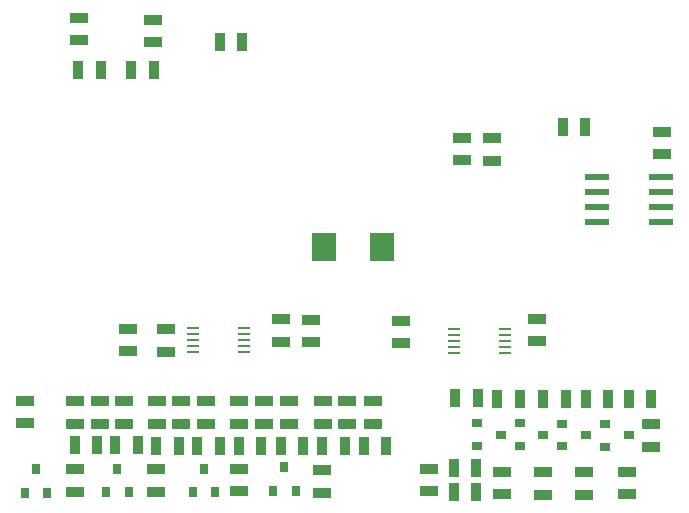
<source format=gbr>
G04 #@! TF.GenerationSoftware,KiCad,Pcbnew,5.99.0-unknown-c3175b4~86~ubuntu16.04.1*
G04 #@! TF.CreationDate,2019-12-02T17:53:18+01:00*
G04 #@! TF.ProjectId,IntAna,496e7441-6e61-42e6-9b69-6361645f7063,rev?*
G04 #@! TF.SameCoordinates,Original*
G04 #@! TF.FileFunction,Paste,Top*
G04 #@! TF.FilePolarity,Positive*
%FSLAX46Y46*%
G04 Gerber Fmt 4.6, Leading zero omitted, Abs format (unit mm)*
G04 Created by KiCad (PCBNEW 5.99.0-unknown-c3175b4~86~ubuntu16.04.1) date 2019-12-02 17:53:18*
%MOMM*%
%LPD*%
G04 APERTURE LIST*
%ADD10R,0.970000X1.500000*%
%ADD11R,2.060000X2.400000*%
%ADD12R,1.500000X0.970000*%
%ADD13R,2.000000X0.600000*%
%ADD14R,1.100000X0.250000*%
%ADD15R,0.900000X0.800000*%
%ADD16R,0.800000X0.900000*%
G04 APERTURE END LIST*
D10*
X138255000Y-80975000D03*
X136345000Y-80975000D03*
D11*
X145154000Y-98298000D03*
X150114000Y-98298000D03*
D12*
X156810000Y-89050000D03*
X156810000Y-90960000D03*
X159350000Y-89085000D03*
X159350000Y-90995000D03*
D13*
X173685000Y-92365000D03*
X173685000Y-93635000D03*
X173685000Y-94905000D03*
X173685000Y-96175000D03*
X168235000Y-96175000D03*
X168235000Y-94905000D03*
X168235000Y-93635000D03*
X168235000Y-92365000D03*
D14*
X160470000Y-105270000D03*
X160470000Y-105770000D03*
X160470000Y-106270000D03*
X160470000Y-106770000D03*
X160470000Y-107270000D03*
X156170000Y-107270000D03*
X156170000Y-106770000D03*
X156170000Y-106270000D03*
X156170000Y-105770000D03*
X156170000Y-105270000D03*
X138370000Y-105170000D03*
X138370000Y-105670000D03*
X138370000Y-106170000D03*
X138370000Y-106670000D03*
X138370000Y-107170000D03*
X134070000Y-107170000D03*
X134070000Y-106670000D03*
X134070000Y-106170000D03*
X134070000Y-105670000D03*
X134070000Y-105170000D03*
D12*
X154030000Y-118990000D03*
X154030000Y-117080000D03*
D10*
X165380000Y-88180000D03*
X167290000Y-88180000D03*
D12*
X130720000Y-80970000D03*
X130720000Y-79060000D03*
X124390000Y-80820000D03*
X124390000Y-78910000D03*
X144100000Y-104455000D03*
X144100000Y-106365000D03*
X141510000Y-106355000D03*
X141510000Y-104445000D03*
X119870000Y-113255000D03*
X119870000Y-111345000D03*
X124060000Y-119060000D03*
X124060000Y-117150000D03*
X130980000Y-119045000D03*
X130980000Y-117135000D03*
X137940000Y-119010000D03*
X137940000Y-117100000D03*
X144970000Y-119110000D03*
X144970000Y-117200000D03*
X128270000Y-113275000D03*
X128270000Y-111365000D03*
X135200000Y-113300000D03*
X135200000Y-111390000D03*
X142230000Y-113270000D03*
X142230000Y-111360000D03*
X149280000Y-113290000D03*
X149280000Y-111380000D03*
D10*
X156140000Y-119050000D03*
X158050000Y-119050000D03*
X161725000Y-111180000D03*
X159815000Y-111180000D03*
X169220000Y-111190000D03*
X167310000Y-111190000D03*
X172890000Y-111220000D03*
X170980000Y-111220000D03*
D12*
X124110000Y-113295000D03*
X124110000Y-111385000D03*
X130990000Y-113300000D03*
X130990000Y-111390000D03*
X138000000Y-113280000D03*
X138000000Y-111370000D03*
X145070000Y-113280000D03*
X145070000Y-111370000D03*
X160210000Y-119260000D03*
X160210000Y-117350000D03*
X163740000Y-119290000D03*
X163740000Y-117380000D03*
X167200000Y-119280000D03*
X167200000Y-117370000D03*
X170780000Y-119260000D03*
X170780000Y-117350000D03*
D10*
X125960000Y-115120000D03*
X124050000Y-115120000D03*
X132860000Y-115180000D03*
X130950000Y-115180000D03*
X139870000Y-115140000D03*
X137960000Y-115140000D03*
X146930000Y-115200000D03*
X145020000Y-115200000D03*
D12*
X128590000Y-107150000D03*
X128590000Y-105240000D03*
X151720000Y-106470000D03*
X151720000Y-104560000D03*
D10*
X128855000Y-83360000D03*
X130765000Y-83360000D03*
X126280000Y-83320000D03*
X124370000Y-83320000D03*
D15*
X160140000Y-114200000D03*
X158140000Y-115150000D03*
X158140000Y-113250000D03*
X163730000Y-114200000D03*
X161730000Y-115150000D03*
X161730000Y-113250000D03*
X167350000Y-114220000D03*
X165350000Y-115170000D03*
X165350000Y-113270000D03*
X170980000Y-114260000D03*
X168980000Y-115210000D03*
X168980000Y-113310000D03*
D16*
X120770000Y-117130000D03*
X121720000Y-119130000D03*
X119820000Y-119130000D03*
X127660000Y-117080000D03*
X128610000Y-119080000D03*
X126710000Y-119080000D03*
X134980000Y-117080000D03*
X135930000Y-119080000D03*
X134030000Y-119080000D03*
X141810000Y-116950000D03*
X142760000Y-118950000D03*
X140860000Y-118950000D03*
D12*
X173780000Y-88555000D03*
X173780000Y-90465000D03*
X163170000Y-104385000D03*
X163170000Y-106295000D03*
X131760000Y-107175000D03*
X131760000Y-105265000D03*
D10*
X127490000Y-115120000D03*
X129400000Y-115120000D03*
X134435000Y-115180000D03*
X136345000Y-115180000D03*
X141500000Y-115150000D03*
X143410000Y-115150000D03*
X148530000Y-115170000D03*
X150440000Y-115170000D03*
X156140000Y-117000000D03*
X158050000Y-117000000D03*
X156290000Y-111140000D03*
X158200000Y-111140000D03*
X163710000Y-111180000D03*
X165620000Y-111180000D03*
D12*
X172890000Y-113305000D03*
X172890000Y-115215000D03*
X126190000Y-113295000D03*
X126190000Y-111385000D03*
X133090000Y-113300000D03*
X133090000Y-111390000D03*
X140120000Y-113280000D03*
X140120000Y-111370000D03*
X147140000Y-113290000D03*
X147140000Y-111380000D03*
M02*

</source>
